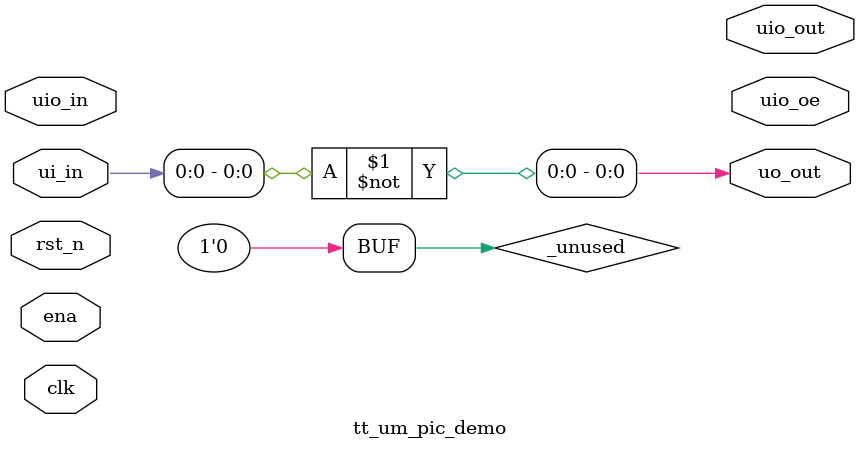
<source format=v>
/*
 * Copyright (c) 2024 Your Name
 * SPDX-License-Identifier: Apache-2.0
 */

`default_nettype none

module tt_um_pic_demo (
    input  wire [7:0] ui_in,    // Dedicated inputs
    output wire [7:0] uo_out,   // Dedicated outputs
    input  wire [7:0] uio_in,   // IOs: Input path
    output wire [7:0] uio_out,  // IOs: Output path
    output wire [7:0] uio_oe,   // IOs: Enable path (active high: 0=input, 1=output)
    input  wire       ena,      // always 1 when the design is powered, so you can ignore it
    input  wire       clk,      // clock
    input  wire       rst_n     // reset_n - low to reset
);

  // All output pins must be assigned. If not used, assign to 0.
  assign uo_out[0] = ~ui_in[0];     // Example: ou_out[0] is the same as ui_in[0]
  //assign uo_out  = ui_in + uio_in;  // Example: ou_out is the sum of ui_in and uio_in
  //assign uio_out = 0;
  //assign uio_oe  = 0;

  // List all unused inputs to prevent warnings
  wire _unused = &{ena, clk, rst_n, 1'b0};

endmodule

</source>
